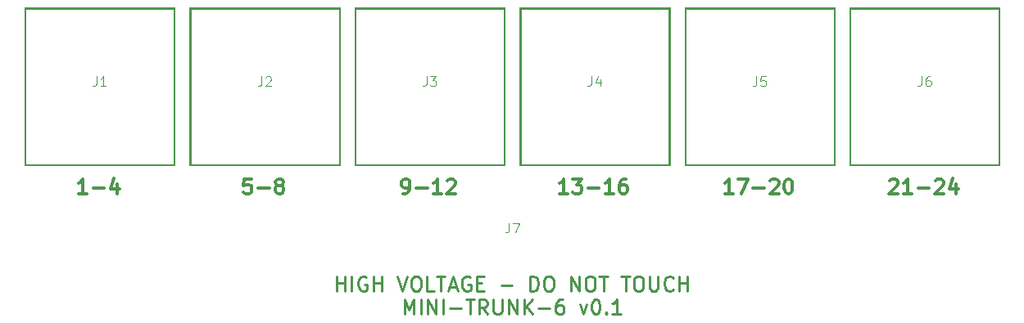
<source format=gto>
%TF.GenerationSoftware,KiCad,Pcbnew,8.0.1*%
%TF.CreationDate,2024-06-26T21:25:31+01:00*%
%TF.ProjectId,MINI_TRUNK_6_MAIN,4d494e49-5f54-4525-954e-4b5f365f4d41,rev?*%
%TF.SameCoordinates,Original*%
%TF.FileFunction,Legend,Top*%
%TF.FilePolarity,Positive*%
%FSLAX46Y46*%
G04 Gerber Fmt 4.6, Leading zero omitted, Abs format (unit mm)*
G04 Created by KiCad (PCBNEW 8.0.1) date 2024-06-26 21:25:31*
%MOMM*%
%LPD*%
G01*
G04 APERTURE LIST*
%ADD10C,0.250000*%
%ADD11C,0.300000*%
%ADD12C,0.100000*%
%ADD13C,0.010000*%
%ADD14C,3.000000*%
%ADD15C,1.600000*%
%ADD16C,3.200000*%
%ADD17C,1.500000*%
G04 APERTURE END LIST*
D10*
X147262141Y-114768512D02*
X147262141Y-113268512D01*
X147262141Y-113982798D02*
X148119284Y-113982798D01*
X148119284Y-114768512D02*
X148119284Y-113268512D01*
X148833570Y-114768512D02*
X148833570Y-113268512D01*
X150333571Y-113339941D02*
X150190714Y-113268512D01*
X150190714Y-113268512D02*
X149976428Y-113268512D01*
X149976428Y-113268512D02*
X149762142Y-113339941D01*
X149762142Y-113339941D02*
X149619285Y-113482798D01*
X149619285Y-113482798D02*
X149547856Y-113625655D01*
X149547856Y-113625655D02*
X149476428Y-113911369D01*
X149476428Y-113911369D02*
X149476428Y-114125655D01*
X149476428Y-114125655D02*
X149547856Y-114411369D01*
X149547856Y-114411369D02*
X149619285Y-114554226D01*
X149619285Y-114554226D02*
X149762142Y-114697084D01*
X149762142Y-114697084D02*
X149976428Y-114768512D01*
X149976428Y-114768512D02*
X150119285Y-114768512D01*
X150119285Y-114768512D02*
X150333571Y-114697084D01*
X150333571Y-114697084D02*
X150404999Y-114625655D01*
X150404999Y-114625655D02*
X150404999Y-114125655D01*
X150404999Y-114125655D02*
X150119285Y-114125655D01*
X151047856Y-114768512D02*
X151047856Y-113268512D01*
X151047856Y-113982798D02*
X151904999Y-113982798D01*
X151904999Y-114768512D02*
X151904999Y-113268512D01*
X153547857Y-113268512D02*
X154047857Y-114768512D01*
X154047857Y-114768512D02*
X154547857Y-113268512D01*
X155333571Y-113268512D02*
X155619285Y-113268512D01*
X155619285Y-113268512D02*
X155762142Y-113339941D01*
X155762142Y-113339941D02*
X155904999Y-113482798D01*
X155904999Y-113482798D02*
X155976428Y-113768512D01*
X155976428Y-113768512D02*
X155976428Y-114268512D01*
X155976428Y-114268512D02*
X155904999Y-114554226D01*
X155904999Y-114554226D02*
X155762142Y-114697084D01*
X155762142Y-114697084D02*
X155619285Y-114768512D01*
X155619285Y-114768512D02*
X155333571Y-114768512D01*
X155333571Y-114768512D02*
X155190714Y-114697084D01*
X155190714Y-114697084D02*
X155047856Y-114554226D01*
X155047856Y-114554226D02*
X154976428Y-114268512D01*
X154976428Y-114268512D02*
X154976428Y-113768512D01*
X154976428Y-113768512D02*
X155047856Y-113482798D01*
X155047856Y-113482798D02*
X155190714Y-113339941D01*
X155190714Y-113339941D02*
X155333571Y-113268512D01*
X157333571Y-114768512D02*
X156619285Y-114768512D01*
X156619285Y-114768512D02*
X156619285Y-113268512D01*
X157619286Y-113268512D02*
X158476429Y-113268512D01*
X158047857Y-114768512D02*
X158047857Y-113268512D01*
X158905000Y-114339941D02*
X159619286Y-114339941D01*
X158762143Y-114768512D02*
X159262143Y-113268512D01*
X159262143Y-113268512D02*
X159762143Y-114768512D01*
X161047857Y-113339941D02*
X160905000Y-113268512D01*
X160905000Y-113268512D02*
X160690714Y-113268512D01*
X160690714Y-113268512D02*
X160476428Y-113339941D01*
X160476428Y-113339941D02*
X160333571Y-113482798D01*
X160333571Y-113482798D02*
X160262142Y-113625655D01*
X160262142Y-113625655D02*
X160190714Y-113911369D01*
X160190714Y-113911369D02*
X160190714Y-114125655D01*
X160190714Y-114125655D02*
X160262142Y-114411369D01*
X160262142Y-114411369D02*
X160333571Y-114554226D01*
X160333571Y-114554226D02*
X160476428Y-114697084D01*
X160476428Y-114697084D02*
X160690714Y-114768512D01*
X160690714Y-114768512D02*
X160833571Y-114768512D01*
X160833571Y-114768512D02*
X161047857Y-114697084D01*
X161047857Y-114697084D02*
X161119285Y-114625655D01*
X161119285Y-114625655D02*
X161119285Y-114125655D01*
X161119285Y-114125655D02*
X160833571Y-114125655D01*
X161762142Y-113982798D02*
X162262142Y-113982798D01*
X162476428Y-114768512D02*
X161762142Y-114768512D01*
X161762142Y-114768512D02*
X161762142Y-113268512D01*
X161762142Y-113268512D02*
X162476428Y-113268512D01*
X164262142Y-114197084D02*
X165405000Y-114197084D01*
X167262142Y-114768512D02*
X167262142Y-113268512D01*
X167262142Y-113268512D02*
X167619285Y-113268512D01*
X167619285Y-113268512D02*
X167833571Y-113339941D01*
X167833571Y-113339941D02*
X167976428Y-113482798D01*
X167976428Y-113482798D02*
X168047857Y-113625655D01*
X168047857Y-113625655D02*
X168119285Y-113911369D01*
X168119285Y-113911369D02*
X168119285Y-114125655D01*
X168119285Y-114125655D02*
X168047857Y-114411369D01*
X168047857Y-114411369D02*
X167976428Y-114554226D01*
X167976428Y-114554226D02*
X167833571Y-114697084D01*
X167833571Y-114697084D02*
X167619285Y-114768512D01*
X167619285Y-114768512D02*
X167262142Y-114768512D01*
X169047857Y-113268512D02*
X169333571Y-113268512D01*
X169333571Y-113268512D02*
X169476428Y-113339941D01*
X169476428Y-113339941D02*
X169619285Y-113482798D01*
X169619285Y-113482798D02*
X169690714Y-113768512D01*
X169690714Y-113768512D02*
X169690714Y-114268512D01*
X169690714Y-114268512D02*
X169619285Y-114554226D01*
X169619285Y-114554226D02*
X169476428Y-114697084D01*
X169476428Y-114697084D02*
X169333571Y-114768512D01*
X169333571Y-114768512D02*
X169047857Y-114768512D01*
X169047857Y-114768512D02*
X168905000Y-114697084D01*
X168905000Y-114697084D02*
X168762142Y-114554226D01*
X168762142Y-114554226D02*
X168690714Y-114268512D01*
X168690714Y-114268512D02*
X168690714Y-113768512D01*
X168690714Y-113768512D02*
X168762142Y-113482798D01*
X168762142Y-113482798D02*
X168905000Y-113339941D01*
X168905000Y-113339941D02*
X169047857Y-113268512D01*
X171476428Y-114768512D02*
X171476428Y-113268512D01*
X171476428Y-113268512D02*
X172333571Y-114768512D01*
X172333571Y-114768512D02*
X172333571Y-113268512D01*
X173333572Y-113268512D02*
X173619286Y-113268512D01*
X173619286Y-113268512D02*
X173762143Y-113339941D01*
X173762143Y-113339941D02*
X173905000Y-113482798D01*
X173905000Y-113482798D02*
X173976429Y-113768512D01*
X173976429Y-113768512D02*
X173976429Y-114268512D01*
X173976429Y-114268512D02*
X173905000Y-114554226D01*
X173905000Y-114554226D02*
X173762143Y-114697084D01*
X173762143Y-114697084D02*
X173619286Y-114768512D01*
X173619286Y-114768512D02*
X173333572Y-114768512D01*
X173333572Y-114768512D02*
X173190715Y-114697084D01*
X173190715Y-114697084D02*
X173047857Y-114554226D01*
X173047857Y-114554226D02*
X172976429Y-114268512D01*
X172976429Y-114268512D02*
X172976429Y-113768512D01*
X172976429Y-113768512D02*
X173047857Y-113482798D01*
X173047857Y-113482798D02*
X173190715Y-113339941D01*
X173190715Y-113339941D02*
X173333572Y-113268512D01*
X174405001Y-113268512D02*
X175262144Y-113268512D01*
X174833572Y-114768512D02*
X174833572Y-113268512D01*
X176690715Y-113268512D02*
X177547858Y-113268512D01*
X177119286Y-114768512D02*
X177119286Y-113268512D01*
X178333572Y-113268512D02*
X178619286Y-113268512D01*
X178619286Y-113268512D02*
X178762143Y-113339941D01*
X178762143Y-113339941D02*
X178905000Y-113482798D01*
X178905000Y-113482798D02*
X178976429Y-113768512D01*
X178976429Y-113768512D02*
X178976429Y-114268512D01*
X178976429Y-114268512D02*
X178905000Y-114554226D01*
X178905000Y-114554226D02*
X178762143Y-114697084D01*
X178762143Y-114697084D02*
X178619286Y-114768512D01*
X178619286Y-114768512D02*
X178333572Y-114768512D01*
X178333572Y-114768512D02*
X178190715Y-114697084D01*
X178190715Y-114697084D02*
X178047857Y-114554226D01*
X178047857Y-114554226D02*
X177976429Y-114268512D01*
X177976429Y-114268512D02*
X177976429Y-113768512D01*
X177976429Y-113768512D02*
X178047857Y-113482798D01*
X178047857Y-113482798D02*
X178190715Y-113339941D01*
X178190715Y-113339941D02*
X178333572Y-113268512D01*
X179619286Y-113268512D02*
X179619286Y-114482798D01*
X179619286Y-114482798D02*
X179690715Y-114625655D01*
X179690715Y-114625655D02*
X179762144Y-114697084D01*
X179762144Y-114697084D02*
X179905001Y-114768512D01*
X179905001Y-114768512D02*
X180190715Y-114768512D01*
X180190715Y-114768512D02*
X180333572Y-114697084D01*
X180333572Y-114697084D02*
X180405001Y-114625655D01*
X180405001Y-114625655D02*
X180476429Y-114482798D01*
X180476429Y-114482798D02*
X180476429Y-113268512D01*
X182047858Y-114625655D02*
X181976430Y-114697084D01*
X181976430Y-114697084D02*
X181762144Y-114768512D01*
X181762144Y-114768512D02*
X181619287Y-114768512D01*
X181619287Y-114768512D02*
X181405001Y-114697084D01*
X181405001Y-114697084D02*
X181262144Y-114554226D01*
X181262144Y-114554226D02*
X181190715Y-114411369D01*
X181190715Y-114411369D02*
X181119287Y-114125655D01*
X181119287Y-114125655D02*
X181119287Y-113911369D01*
X181119287Y-113911369D02*
X181190715Y-113625655D01*
X181190715Y-113625655D02*
X181262144Y-113482798D01*
X181262144Y-113482798D02*
X181405001Y-113339941D01*
X181405001Y-113339941D02*
X181619287Y-113268512D01*
X181619287Y-113268512D02*
X181762144Y-113268512D01*
X181762144Y-113268512D02*
X181976430Y-113339941D01*
X181976430Y-113339941D02*
X182047858Y-113411369D01*
X182690715Y-114768512D02*
X182690715Y-113268512D01*
X182690715Y-113982798D02*
X183547858Y-113982798D01*
X183547858Y-114768512D02*
X183547858Y-113268512D01*
X154262142Y-117183428D02*
X154262142Y-115683428D01*
X154262142Y-115683428D02*
X154762142Y-116754857D01*
X154762142Y-116754857D02*
X155262142Y-115683428D01*
X155262142Y-115683428D02*
X155262142Y-117183428D01*
X155976428Y-117183428D02*
X155976428Y-115683428D01*
X156690714Y-117183428D02*
X156690714Y-115683428D01*
X156690714Y-115683428D02*
X157547857Y-117183428D01*
X157547857Y-117183428D02*
X157547857Y-115683428D01*
X158262143Y-117183428D02*
X158262143Y-115683428D01*
X158976429Y-116612000D02*
X160119287Y-116612000D01*
X160619287Y-115683428D02*
X161476430Y-115683428D01*
X161047858Y-117183428D02*
X161047858Y-115683428D01*
X162833572Y-117183428D02*
X162333572Y-116469142D01*
X161976429Y-117183428D02*
X161976429Y-115683428D01*
X161976429Y-115683428D02*
X162547858Y-115683428D01*
X162547858Y-115683428D02*
X162690715Y-115754857D01*
X162690715Y-115754857D02*
X162762144Y-115826285D01*
X162762144Y-115826285D02*
X162833572Y-115969142D01*
X162833572Y-115969142D02*
X162833572Y-116183428D01*
X162833572Y-116183428D02*
X162762144Y-116326285D01*
X162762144Y-116326285D02*
X162690715Y-116397714D01*
X162690715Y-116397714D02*
X162547858Y-116469142D01*
X162547858Y-116469142D02*
X161976429Y-116469142D01*
X163476429Y-115683428D02*
X163476429Y-116897714D01*
X163476429Y-116897714D02*
X163547858Y-117040571D01*
X163547858Y-117040571D02*
X163619287Y-117112000D01*
X163619287Y-117112000D02*
X163762144Y-117183428D01*
X163762144Y-117183428D02*
X164047858Y-117183428D01*
X164047858Y-117183428D02*
X164190715Y-117112000D01*
X164190715Y-117112000D02*
X164262144Y-117040571D01*
X164262144Y-117040571D02*
X164333572Y-116897714D01*
X164333572Y-116897714D02*
X164333572Y-115683428D01*
X165047858Y-117183428D02*
X165047858Y-115683428D01*
X165047858Y-115683428D02*
X165905001Y-117183428D01*
X165905001Y-117183428D02*
X165905001Y-115683428D01*
X166619287Y-117183428D02*
X166619287Y-115683428D01*
X167476430Y-117183428D02*
X166833573Y-116326285D01*
X167476430Y-115683428D02*
X166619287Y-116540571D01*
X168119287Y-116612000D02*
X169262145Y-116612000D01*
X170619288Y-115683428D02*
X170333573Y-115683428D01*
X170333573Y-115683428D02*
X170190716Y-115754857D01*
X170190716Y-115754857D02*
X170119288Y-115826285D01*
X170119288Y-115826285D02*
X169976430Y-116040571D01*
X169976430Y-116040571D02*
X169905002Y-116326285D01*
X169905002Y-116326285D02*
X169905002Y-116897714D01*
X169905002Y-116897714D02*
X169976430Y-117040571D01*
X169976430Y-117040571D02*
X170047859Y-117112000D01*
X170047859Y-117112000D02*
X170190716Y-117183428D01*
X170190716Y-117183428D02*
X170476430Y-117183428D01*
X170476430Y-117183428D02*
X170619288Y-117112000D01*
X170619288Y-117112000D02*
X170690716Y-117040571D01*
X170690716Y-117040571D02*
X170762145Y-116897714D01*
X170762145Y-116897714D02*
X170762145Y-116540571D01*
X170762145Y-116540571D02*
X170690716Y-116397714D01*
X170690716Y-116397714D02*
X170619288Y-116326285D01*
X170619288Y-116326285D02*
X170476430Y-116254857D01*
X170476430Y-116254857D02*
X170190716Y-116254857D01*
X170190716Y-116254857D02*
X170047859Y-116326285D01*
X170047859Y-116326285D02*
X169976430Y-116397714D01*
X169976430Y-116397714D02*
X169905002Y-116540571D01*
X172405001Y-116183428D02*
X172762144Y-117183428D01*
X172762144Y-117183428D02*
X173119287Y-116183428D01*
X173976430Y-115683428D02*
X174119287Y-115683428D01*
X174119287Y-115683428D02*
X174262144Y-115754857D01*
X174262144Y-115754857D02*
X174333573Y-115826285D01*
X174333573Y-115826285D02*
X174405001Y-115969142D01*
X174405001Y-115969142D02*
X174476430Y-116254857D01*
X174476430Y-116254857D02*
X174476430Y-116612000D01*
X174476430Y-116612000D02*
X174405001Y-116897714D01*
X174405001Y-116897714D02*
X174333573Y-117040571D01*
X174333573Y-117040571D02*
X174262144Y-117112000D01*
X174262144Y-117112000D02*
X174119287Y-117183428D01*
X174119287Y-117183428D02*
X173976430Y-117183428D01*
X173976430Y-117183428D02*
X173833573Y-117112000D01*
X173833573Y-117112000D02*
X173762144Y-117040571D01*
X173762144Y-117040571D02*
X173690715Y-116897714D01*
X173690715Y-116897714D02*
X173619287Y-116612000D01*
X173619287Y-116612000D02*
X173619287Y-116254857D01*
X173619287Y-116254857D02*
X173690715Y-115969142D01*
X173690715Y-115969142D02*
X173762144Y-115826285D01*
X173762144Y-115826285D02*
X173833573Y-115754857D01*
X173833573Y-115754857D02*
X173976430Y-115683428D01*
X175119286Y-117040571D02*
X175190715Y-117112000D01*
X175190715Y-117112000D02*
X175119286Y-117183428D01*
X175119286Y-117183428D02*
X175047858Y-117112000D01*
X175047858Y-117112000D02*
X175119286Y-117040571D01*
X175119286Y-117040571D02*
X175119286Y-117183428D01*
X176619287Y-117183428D02*
X175762144Y-117183428D01*
X176190715Y-117183428D02*
X176190715Y-115683428D01*
X176190715Y-115683428D02*
X176047858Y-115897714D01*
X176047858Y-115897714D02*
X175905001Y-116040571D01*
X175905001Y-116040571D02*
X175762144Y-116112000D01*
D11*
X138435153Y-103200828D02*
X137720867Y-103200828D01*
X137720867Y-103200828D02*
X137649439Y-103915114D01*
X137649439Y-103915114D02*
X137720867Y-103843685D01*
X137720867Y-103843685D02*
X137863725Y-103772257D01*
X137863725Y-103772257D02*
X138220867Y-103772257D01*
X138220867Y-103772257D02*
X138363725Y-103843685D01*
X138363725Y-103843685D02*
X138435153Y-103915114D01*
X138435153Y-103915114D02*
X138506582Y-104057971D01*
X138506582Y-104057971D02*
X138506582Y-104415114D01*
X138506582Y-104415114D02*
X138435153Y-104557971D01*
X138435153Y-104557971D02*
X138363725Y-104629400D01*
X138363725Y-104629400D02*
X138220867Y-104700828D01*
X138220867Y-104700828D02*
X137863725Y-104700828D01*
X137863725Y-104700828D02*
X137720867Y-104629400D01*
X137720867Y-104629400D02*
X137649439Y-104557971D01*
X139149438Y-104129400D02*
X140292296Y-104129400D01*
X141220867Y-103843685D02*
X141078010Y-103772257D01*
X141078010Y-103772257D02*
X141006581Y-103700828D01*
X141006581Y-103700828D02*
X140935153Y-103557971D01*
X140935153Y-103557971D02*
X140935153Y-103486542D01*
X140935153Y-103486542D02*
X141006581Y-103343685D01*
X141006581Y-103343685D02*
X141078010Y-103272257D01*
X141078010Y-103272257D02*
X141220867Y-103200828D01*
X141220867Y-103200828D02*
X141506581Y-103200828D01*
X141506581Y-103200828D02*
X141649439Y-103272257D01*
X141649439Y-103272257D02*
X141720867Y-103343685D01*
X141720867Y-103343685D02*
X141792296Y-103486542D01*
X141792296Y-103486542D02*
X141792296Y-103557971D01*
X141792296Y-103557971D02*
X141720867Y-103700828D01*
X141720867Y-103700828D02*
X141649439Y-103772257D01*
X141649439Y-103772257D02*
X141506581Y-103843685D01*
X141506581Y-103843685D02*
X141220867Y-103843685D01*
X141220867Y-103843685D02*
X141078010Y-103915114D01*
X141078010Y-103915114D02*
X141006581Y-103986542D01*
X141006581Y-103986542D02*
X140935153Y-104129400D01*
X140935153Y-104129400D02*
X140935153Y-104415114D01*
X140935153Y-104415114D02*
X141006581Y-104557971D01*
X141006581Y-104557971D02*
X141078010Y-104629400D01*
X141078010Y-104629400D02*
X141220867Y-104700828D01*
X141220867Y-104700828D02*
X141506581Y-104700828D01*
X141506581Y-104700828D02*
X141649439Y-104629400D01*
X141649439Y-104629400D02*
X141720867Y-104557971D01*
X141720867Y-104557971D02*
X141792296Y-104415114D01*
X141792296Y-104415114D02*
X141792296Y-104129400D01*
X141792296Y-104129400D02*
X141720867Y-103986542D01*
X141720867Y-103986542D02*
X141649439Y-103915114D01*
X141649439Y-103915114D02*
X141506581Y-103843685D01*
X154132344Y-104700828D02*
X154418058Y-104700828D01*
X154418058Y-104700828D02*
X154560915Y-104629400D01*
X154560915Y-104629400D02*
X154632344Y-104557971D01*
X154632344Y-104557971D02*
X154775201Y-104343685D01*
X154775201Y-104343685D02*
X154846630Y-104057971D01*
X154846630Y-104057971D02*
X154846630Y-103486542D01*
X154846630Y-103486542D02*
X154775201Y-103343685D01*
X154775201Y-103343685D02*
X154703773Y-103272257D01*
X154703773Y-103272257D02*
X154560915Y-103200828D01*
X154560915Y-103200828D02*
X154275201Y-103200828D01*
X154275201Y-103200828D02*
X154132344Y-103272257D01*
X154132344Y-103272257D02*
X154060915Y-103343685D01*
X154060915Y-103343685D02*
X153989487Y-103486542D01*
X153989487Y-103486542D02*
X153989487Y-103843685D01*
X153989487Y-103843685D02*
X154060915Y-103986542D01*
X154060915Y-103986542D02*
X154132344Y-104057971D01*
X154132344Y-104057971D02*
X154275201Y-104129400D01*
X154275201Y-104129400D02*
X154560915Y-104129400D01*
X154560915Y-104129400D02*
X154703773Y-104057971D01*
X154703773Y-104057971D02*
X154775201Y-103986542D01*
X154775201Y-103986542D02*
X154846630Y-103843685D01*
X155489486Y-104129400D02*
X156632344Y-104129400D01*
X158132344Y-104700828D02*
X157275201Y-104700828D01*
X157703772Y-104700828D02*
X157703772Y-103200828D01*
X157703772Y-103200828D02*
X157560915Y-103415114D01*
X157560915Y-103415114D02*
X157418058Y-103557971D01*
X157418058Y-103557971D02*
X157275201Y-103629400D01*
X158703772Y-103343685D02*
X158775200Y-103272257D01*
X158775200Y-103272257D02*
X158918058Y-103200828D01*
X158918058Y-103200828D02*
X159275200Y-103200828D01*
X159275200Y-103200828D02*
X159418058Y-103272257D01*
X159418058Y-103272257D02*
X159489486Y-103343685D01*
X159489486Y-103343685D02*
X159560915Y-103486542D01*
X159560915Y-103486542D02*
X159560915Y-103629400D01*
X159560915Y-103629400D02*
X159489486Y-103843685D01*
X159489486Y-103843685D02*
X158632343Y-104700828D01*
X158632343Y-104700828D02*
X159560915Y-104700828D01*
X188241013Y-104700828D02*
X187383870Y-104700828D01*
X187812441Y-104700828D02*
X187812441Y-103200828D01*
X187812441Y-103200828D02*
X187669584Y-103415114D01*
X187669584Y-103415114D02*
X187526727Y-103557971D01*
X187526727Y-103557971D02*
X187383870Y-103629400D01*
X188741012Y-103200828D02*
X189741012Y-103200828D01*
X189741012Y-103200828D02*
X189098155Y-104700828D01*
X190312440Y-104129400D02*
X191455298Y-104129400D01*
X192098155Y-103343685D02*
X192169583Y-103272257D01*
X192169583Y-103272257D02*
X192312441Y-103200828D01*
X192312441Y-103200828D02*
X192669583Y-103200828D01*
X192669583Y-103200828D02*
X192812441Y-103272257D01*
X192812441Y-103272257D02*
X192883869Y-103343685D01*
X192883869Y-103343685D02*
X192955298Y-103486542D01*
X192955298Y-103486542D02*
X192955298Y-103629400D01*
X192955298Y-103629400D02*
X192883869Y-103843685D01*
X192883869Y-103843685D02*
X192026726Y-104700828D01*
X192026726Y-104700828D02*
X192955298Y-104700828D01*
X193883869Y-103200828D02*
X194026726Y-103200828D01*
X194026726Y-103200828D02*
X194169583Y-103272257D01*
X194169583Y-103272257D02*
X194241012Y-103343685D01*
X194241012Y-103343685D02*
X194312440Y-103486542D01*
X194312440Y-103486542D02*
X194383869Y-103772257D01*
X194383869Y-103772257D02*
X194383869Y-104129400D01*
X194383869Y-104129400D02*
X194312440Y-104415114D01*
X194312440Y-104415114D02*
X194241012Y-104557971D01*
X194241012Y-104557971D02*
X194169583Y-104629400D01*
X194169583Y-104629400D02*
X194026726Y-104700828D01*
X194026726Y-104700828D02*
X193883869Y-104700828D01*
X193883869Y-104700828D02*
X193741012Y-104629400D01*
X193741012Y-104629400D02*
X193669583Y-104557971D01*
X193669583Y-104557971D02*
X193598154Y-104415114D01*
X193598154Y-104415114D02*
X193526726Y-104129400D01*
X193526726Y-104129400D02*
X193526726Y-103772257D01*
X193526726Y-103772257D02*
X193598154Y-103486542D01*
X193598154Y-103486542D02*
X193669583Y-103343685D01*
X193669583Y-103343685D02*
X193741012Y-103272257D01*
X193741012Y-103272257D02*
X193883869Y-103200828D01*
X204438204Y-103343685D02*
X204509632Y-103272257D01*
X204509632Y-103272257D02*
X204652490Y-103200828D01*
X204652490Y-103200828D02*
X205009632Y-103200828D01*
X205009632Y-103200828D02*
X205152490Y-103272257D01*
X205152490Y-103272257D02*
X205223918Y-103343685D01*
X205223918Y-103343685D02*
X205295347Y-103486542D01*
X205295347Y-103486542D02*
X205295347Y-103629400D01*
X205295347Y-103629400D02*
X205223918Y-103843685D01*
X205223918Y-103843685D02*
X204366775Y-104700828D01*
X204366775Y-104700828D02*
X205295347Y-104700828D01*
X206723918Y-104700828D02*
X205866775Y-104700828D01*
X206295346Y-104700828D02*
X206295346Y-103200828D01*
X206295346Y-103200828D02*
X206152489Y-103415114D01*
X206152489Y-103415114D02*
X206009632Y-103557971D01*
X206009632Y-103557971D02*
X205866775Y-103629400D01*
X207366774Y-104129400D02*
X208509632Y-104129400D01*
X209152489Y-103343685D02*
X209223917Y-103272257D01*
X209223917Y-103272257D02*
X209366775Y-103200828D01*
X209366775Y-103200828D02*
X209723917Y-103200828D01*
X209723917Y-103200828D02*
X209866775Y-103272257D01*
X209866775Y-103272257D02*
X209938203Y-103343685D01*
X209938203Y-103343685D02*
X210009632Y-103486542D01*
X210009632Y-103486542D02*
X210009632Y-103629400D01*
X210009632Y-103629400D02*
X209938203Y-103843685D01*
X209938203Y-103843685D02*
X209081060Y-104700828D01*
X209081060Y-104700828D02*
X210009632Y-104700828D01*
X211295346Y-103700828D02*
X211295346Y-104700828D01*
X210938203Y-103129400D02*
X210581060Y-104200828D01*
X210581060Y-104200828D02*
X211509631Y-104200828D01*
X171186679Y-104700828D02*
X170329536Y-104700828D01*
X170758107Y-104700828D02*
X170758107Y-103200828D01*
X170758107Y-103200828D02*
X170615250Y-103415114D01*
X170615250Y-103415114D02*
X170472393Y-103557971D01*
X170472393Y-103557971D02*
X170329536Y-103629400D01*
X171686678Y-103200828D02*
X172615250Y-103200828D01*
X172615250Y-103200828D02*
X172115250Y-103772257D01*
X172115250Y-103772257D02*
X172329535Y-103772257D01*
X172329535Y-103772257D02*
X172472393Y-103843685D01*
X172472393Y-103843685D02*
X172543821Y-103915114D01*
X172543821Y-103915114D02*
X172615250Y-104057971D01*
X172615250Y-104057971D02*
X172615250Y-104415114D01*
X172615250Y-104415114D02*
X172543821Y-104557971D01*
X172543821Y-104557971D02*
X172472393Y-104629400D01*
X172472393Y-104629400D02*
X172329535Y-104700828D01*
X172329535Y-104700828D02*
X171900964Y-104700828D01*
X171900964Y-104700828D02*
X171758107Y-104629400D01*
X171758107Y-104629400D02*
X171686678Y-104557971D01*
X173258106Y-104129400D02*
X174400964Y-104129400D01*
X175900964Y-104700828D02*
X175043821Y-104700828D01*
X175472392Y-104700828D02*
X175472392Y-103200828D01*
X175472392Y-103200828D02*
X175329535Y-103415114D01*
X175329535Y-103415114D02*
X175186678Y-103557971D01*
X175186678Y-103557971D02*
X175043821Y-103629400D01*
X177186678Y-103200828D02*
X176900963Y-103200828D01*
X176900963Y-103200828D02*
X176758106Y-103272257D01*
X176758106Y-103272257D02*
X176686678Y-103343685D01*
X176686678Y-103343685D02*
X176543820Y-103557971D01*
X176543820Y-103557971D02*
X176472392Y-103843685D01*
X176472392Y-103843685D02*
X176472392Y-104415114D01*
X176472392Y-104415114D02*
X176543820Y-104557971D01*
X176543820Y-104557971D02*
X176615249Y-104629400D01*
X176615249Y-104629400D02*
X176758106Y-104700828D01*
X176758106Y-104700828D02*
X177043820Y-104700828D01*
X177043820Y-104700828D02*
X177186678Y-104629400D01*
X177186678Y-104629400D02*
X177258106Y-104557971D01*
X177258106Y-104557971D02*
X177329535Y-104415114D01*
X177329535Y-104415114D02*
X177329535Y-104057971D01*
X177329535Y-104057971D02*
X177258106Y-103915114D01*
X177258106Y-103915114D02*
X177186678Y-103843685D01*
X177186678Y-103843685D02*
X177043820Y-103772257D01*
X177043820Y-103772257D02*
X176758106Y-103772257D01*
X176758106Y-103772257D02*
X176615249Y-103843685D01*
X176615249Y-103843685D02*
X176543820Y-103915114D01*
X176543820Y-103915114D02*
X176472392Y-104057971D01*
X121452248Y-104700828D02*
X120595105Y-104700828D01*
X121023676Y-104700828D02*
X121023676Y-103200828D01*
X121023676Y-103200828D02*
X120880819Y-103415114D01*
X120880819Y-103415114D02*
X120737962Y-103557971D01*
X120737962Y-103557971D02*
X120595105Y-103629400D01*
X122095104Y-104129400D02*
X123237962Y-104129400D01*
X124595105Y-103700828D02*
X124595105Y-104700828D01*
X124237962Y-103129400D02*
X123880819Y-104200828D01*
X123880819Y-104200828D02*
X124809390Y-104200828D01*
D12*
X156544499Y-92576752D02*
X156544499Y-93291037D01*
X156544499Y-93291037D02*
X156496880Y-93433894D01*
X156496880Y-93433894D02*
X156401642Y-93529133D01*
X156401642Y-93529133D02*
X156258785Y-93576752D01*
X156258785Y-93576752D02*
X156163547Y-93576752D01*
X156925452Y-92576752D02*
X157544499Y-92576752D01*
X157544499Y-92576752D02*
X157211166Y-92957704D01*
X157211166Y-92957704D02*
X157354023Y-92957704D01*
X157354023Y-92957704D02*
X157449261Y-93005323D01*
X157449261Y-93005323D02*
X157496880Y-93052942D01*
X157496880Y-93052942D02*
X157544499Y-93148180D01*
X157544499Y-93148180D02*
X157544499Y-93386275D01*
X157544499Y-93386275D02*
X157496880Y-93481513D01*
X157496880Y-93481513D02*
X157449261Y-93529133D01*
X157449261Y-93529133D02*
X157354023Y-93576752D01*
X157354023Y-93576752D02*
X157068309Y-93576752D01*
X157068309Y-93576752D02*
X156973071Y-93529133D01*
X156973071Y-93529133D02*
X156925452Y-93481513D01*
X207707501Y-92576752D02*
X207707501Y-93291037D01*
X207707501Y-93291037D02*
X207659882Y-93433894D01*
X207659882Y-93433894D02*
X207564644Y-93529133D01*
X207564644Y-93529133D02*
X207421787Y-93576752D01*
X207421787Y-93576752D02*
X207326549Y-93576752D01*
X208612263Y-92576752D02*
X208421787Y-92576752D01*
X208421787Y-92576752D02*
X208326549Y-92624371D01*
X208326549Y-92624371D02*
X208278930Y-92671990D01*
X208278930Y-92671990D02*
X208183692Y-92814847D01*
X208183692Y-92814847D02*
X208136073Y-93005323D01*
X208136073Y-93005323D02*
X208136073Y-93386275D01*
X208136073Y-93386275D02*
X208183692Y-93481513D01*
X208183692Y-93481513D02*
X208231311Y-93529133D01*
X208231311Y-93529133D02*
X208326549Y-93576752D01*
X208326549Y-93576752D02*
X208517025Y-93576752D01*
X208517025Y-93576752D02*
X208612263Y-93529133D01*
X208612263Y-93529133D02*
X208659882Y-93481513D01*
X208659882Y-93481513D02*
X208707501Y-93386275D01*
X208707501Y-93386275D02*
X208707501Y-93148180D01*
X208707501Y-93148180D02*
X208659882Y-93052942D01*
X208659882Y-93052942D02*
X208612263Y-93005323D01*
X208612263Y-93005323D02*
X208517025Y-92957704D01*
X208517025Y-92957704D02*
X208326549Y-92957704D01*
X208326549Y-92957704D02*
X208231311Y-93005323D01*
X208231311Y-93005323D02*
X208183692Y-93052942D01*
X208183692Y-93052942D02*
X208136073Y-93148180D01*
X190653167Y-92576752D02*
X190653167Y-93291037D01*
X190653167Y-93291037D02*
X190605548Y-93433894D01*
X190605548Y-93433894D02*
X190510310Y-93529133D01*
X190510310Y-93529133D02*
X190367453Y-93576752D01*
X190367453Y-93576752D02*
X190272215Y-93576752D01*
X191605548Y-92576752D02*
X191129358Y-92576752D01*
X191129358Y-92576752D02*
X191081739Y-93052942D01*
X191081739Y-93052942D02*
X191129358Y-93005323D01*
X191129358Y-93005323D02*
X191224596Y-92957704D01*
X191224596Y-92957704D02*
X191462691Y-92957704D01*
X191462691Y-92957704D02*
X191557929Y-93005323D01*
X191557929Y-93005323D02*
X191605548Y-93052942D01*
X191605548Y-93052942D02*
X191653167Y-93148180D01*
X191653167Y-93148180D02*
X191653167Y-93386275D01*
X191653167Y-93386275D02*
X191605548Y-93481513D01*
X191605548Y-93481513D02*
X191557929Y-93529133D01*
X191557929Y-93529133D02*
X191462691Y-93576752D01*
X191462691Y-93576752D02*
X191224596Y-93576752D01*
X191224596Y-93576752D02*
X191129358Y-93529133D01*
X191129358Y-93529133D02*
X191081739Y-93481513D01*
X139490165Y-92576752D02*
X139490165Y-93291037D01*
X139490165Y-93291037D02*
X139442546Y-93433894D01*
X139442546Y-93433894D02*
X139347308Y-93529133D01*
X139347308Y-93529133D02*
X139204451Y-93576752D01*
X139204451Y-93576752D02*
X139109213Y-93576752D01*
X139918737Y-92671990D02*
X139966356Y-92624371D01*
X139966356Y-92624371D02*
X140061594Y-92576752D01*
X140061594Y-92576752D02*
X140299689Y-92576752D01*
X140299689Y-92576752D02*
X140394927Y-92624371D01*
X140394927Y-92624371D02*
X140442546Y-92671990D01*
X140442546Y-92671990D02*
X140490165Y-92767228D01*
X140490165Y-92767228D02*
X140490165Y-92862466D01*
X140490165Y-92862466D02*
X140442546Y-93005323D01*
X140442546Y-93005323D02*
X139871118Y-93576752D01*
X139871118Y-93576752D02*
X140490165Y-93576752D01*
X173598833Y-92576752D02*
X173598833Y-93291037D01*
X173598833Y-93291037D02*
X173551214Y-93433894D01*
X173551214Y-93433894D02*
X173455976Y-93529133D01*
X173455976Y-93529133D02*
X173313119Y-93576752D01*
X173313119Y-93576752D02*
X173217881Y-93576752D01*
X174503595Y-92910085D02*
X174503595Y-93576752D01*
X174265500Y-92529133D02*
X174027405Y-93243418D01*
X174027405Y-93243418D02*
X174646452Y-93243418D01*
X122435831Y-92576752D02*
X122435831Y-93291037D01*
X122435831Y-93291037D02*
X122388212Y-93433894D01*
X122388212Y-93433894D02*
X122292974Y-93529133D01*
X122292974Y-93529133D02*
X122150117Y-93576752D01*
X122150117Y-93576752D02*
X122054879Y-93576752D01*
X123435831Y-93576752D02*
X122864403Y-93576752D01*
X123150117Y-93576752D02*
X123150117Y-92576752D01*
X123150117Y-92576752D02*
X123054879Y-92719609D01*
X123054879Y-92719609D02*
X122959641Y-92814847D01*
X122959641Y-92814847D02*
X122864403Y-92862466D01*
X165071666Y-107747419D02*
X165071666Y-108461704D01*
X165071666Y-108461704D02*
X165024047Y-108604561D01*
X165024047Y-108604561D02*
X164928809Y-108699800D01*
X164928809Y-108699800D02*
X164785952Y-108747419D01*
X164785952Y-108747419D02*
X164690714Y-108747419D01*
X165452619Y-107747419D02*
X166119285Y-107747419D01*
X166119285Y-107747419D02*
X165690714Y-108747419D01*
D13*
%TO.C,J3*%
X164646000Y-101789667D02*
X149109666Y-101789667D01*
X149109666Y-85576000D01*
X149236666Y-85576000D01*
X149236666Y-101683834D01*
X164540166Y-101683834D01*
X164540166Y-85576000D01*
X149236666Y-85576000D01*
X149109666Y-85576000D01*
X149109666Y-85449000D01*
X164646000Y-85449000D01*
X164646000Y-101789667D01*
G36*
X164646000Y-101789667D02*
G01*
X149109666Y-101789667D01*
X149109666Y-85576000D01*
X149236666Y-85576000D01*
X149236666Y-101683834D01*
X164540166Y-101683834D01*
X164540166Y-85576000D01*
X149236666Y-85576000D01*
X149109666Y-85576000D01*
X149109666Y-85449000D01*
X164646000Y-85449000D01*
X164646000Y-101789667D01*
G37*
%TO.C,J6*%
X215809002Y-101789667D02*
X200272668Y-101789667D01*
X200272668Y-85576000D01*
X200399668Y-85576000D01*
X200399668Y-101683834D01*
X215703168Y-101683834D01*
X215703168Y-85576000D01*
X200399668Y-85576000D01*
X200272668Y-85576000D01*
X200272668Y-85449000D01*
X215809002Y-85449000D01*
X215809002Y-101789667D01*
G36*
X215809002Y-101789667D02*
G01*
X200272668Y-101789667D01*
X200272668Y-85576000D01*
X200399668Y-85576000D01*
X200399668Y-101683834D01*
X215703168Y-101683834D01*
X215703168Y-85576000D01*
X200399668Y-85576000D01*
X200272668Y-85576000D01*
X200272668Y-85449000D01*
X215809002Y-85449000D01*
X215809002Y-101789667D01*
G37*
%TO.C,J5*%
X198754668Y-101789667D02*
X183218334Y-101789667D01*
X183218334Y-85576000D01*
X183345334Y-85576000D01*
X183345334Y-101683834D01*
X198648834Y-101683834D01*
X198648834Y-85576000D01*
X183345334Y-85576000D01*
X183218334Y-85576000D01*
X183218334Y-85449000D01*
X198754668Y-85449000D01*
X198754668Y-101789667D01*
G36*
X198754668Y-101789667D02*
G01*
X183218334Y-101789667D01*
X183218334Y-85576000D01*
X183345334Y-85576000D01*
X183345334Y-101683834D01*
X198648834Y-101683834D01*
X198648834Y-85576000D01*
X183345334Y-85576000D01*
X183218334Y-85576000D01*
X183218334Y-85449000D01*
X198754668Y-85449000D01*
X198754668Y-101789667D01*
G37*
%TO.C,J2*%
X147591666Y-101789667D02*
X132055332Y-101789667D01*
X132055332Y-85576000D01*
X132182332Y-85576000D01*
X132182332Y-101683834D01*
X147485832Y-101683834D01*
X147485832Y-85576000D01*
X132182332Y-85576000D01*
X132055332Y-85576000D01*
X132055332Y-85449000D01*
X147591666Y-85449000D01*
X147591666Y-101789667D01*
G36*
X147591666Y-101789667D02*
G01*
X132055332Y-101789667D01*
X132055332Y-85576000D01*
X132182332Y-85576000D01*
X132182332Y-101683834D01*
X147485832Y-101683834D01*
X147485832Y-85576000D01*
X132182332Y-85576000D01*
X132055332Y-85576000D01*
X132055332Y-85449000D01*
X147591666Y-85449000D01*
X147591666Y-101789667D01*
G37*
%TO.C,J4*%
X181700334Y-101789667D02*
X166164000Y-101789667D01*
X166164000Y-85576000D01*
X166291000Y-85576000D01*
X166291000Y-101683834D01*
X181594500Y-101683834D01*
X181594500Y-85576000D01*
X166291000Y-85576000D01*
X166164000Y-85576000D01*
X166164000Y-85449000D01*
X181700334Y-85449000D01*
X181700334Y-101789667D01*
G36*
X181700334Y-101789667D02*
G01*
X166164000Y-101789667D01*
X166164000Y-85576000D01*
X166291000Y-85576000D01*
X166291000Y-101683834D01*
X181594500Y-101683834D01*
X181594500Y-85576000D01*
X166291000Y-85576000D01*
X166164000Y-85576000D01*
X166164000Y-85449000D01*
X181700334Y-85449000D01*
X181700334Y-101789667D01*
G37*
%TO.C,J1*%
X130537332Y-101789667D02*
X115000998Y-101789667D01*
X115000998Y-85576000D01*
X115127998Y-85576000D01*
X115127998Y-101683834D01*
X130431498Y-101683834D01*
X130431498Y-85576000D01*
X115127998Y-85576000D01*
X115000998Y-85576000D01*
X115000998Y-85449000D01*
X130537332Y-85449000D01*
X130537332Y-101789667D01*
G36*
X130537332Y-101789667D02*
G01*
X115000998Y-101789667D01*
X115000998Y-85576000D01*
X115127998Y-85576000D01*
X115127998Y-101683834D01*
X130431498Y-101683834D01*
X130431498Y-85576000D01*
X115127998Y-85576000D01*
X115000998Y-85576000D01*
X115000998Y-85449000D01*
X130537332Y-85449000D01*
X130537332Y-101789667D01*
G37*
%TD*%
%LPC*%
D14*
%TO.C,J3*%
X151118017Y-95543993D03*
X162548017Y-95543993D03*
D15*
X152388013Y-89193995D03*
X153658010Y-86654002D03*
X154928014Y-89193995D03*
X156198011Y-86654002D03*
X157468015Y-89193995D03*
X158738012Y-86654002D03*
X160008016Y-89193995D03*
X161278017Y-86654002D03*
%TD*%
D14*
%TO.C,J6*%
X202281019Y-95543993D03*
X213711019Y-95543993D03*
D15*
X203551015Y-89193995D03*
X204821012Y-86654002D03*
X206091016Y-89193995D03*
X207361013Y-86654002D03*
X208631017Y-89193995D03*
X209901014Y-86654002D03*
X211171018Y-89193995D03*
X212441019Y-86654002D03*
%TD*%
D14*
%TO.C,J5*%
X185226685Y-95543993D03*
X196656685Y-95543993D03*
D15*
X186496681Y-89193995D03*
X187766678Y-86654002D03*
X189036682Y-89193995D03*
X190306679Y-86654002D03*
X191576683Y-89193995D03*
X192846680Y-86654002D03*
X194116684Y-89193995D03*
X195386685Y-86654002D03*
%TD*%
D14*
%TO.C,J2*%
X134063683Y-95543993D03*
X145493683Y-95543993D03*
D15*
X135333679Y-89193995D03*
X136603676Y-86654002D03*
X137873680Y-89193995D03*
X139143677Y-86654002D03*
X140413681Y-89193995D03*
X141683678Y-86654002D03*
X142953682Y-89193995D03*
X144223683Y-86654002D03*
%TD*%
D14*
%TO.C,J4*%
X168172351Y-95543993D03*
X179602351Y-95543993D03*
D15*
X169442347Y-89193995D03*
X170712344Y-86654002D03*
X171982348Y-89193995D03*
X173252345Y-86654002D03*
X174522349Y-89193995D03*
X175792346Y-86654002D03*
X177062350Y-89193995D03*
X178332351Y-86654002D03*
%TD*%
D14*
%TO.C,J1*%
X117009349Y-95543993D03*
X128439349Y-95543993D03*
D15*
X118279345Y-89193995D03*
X119549342Y-86654002D03*
X120819346Y-89193995D03*
X122089343Y-86654002D03*
X123359347Y-89193995D03*
X124629344Y-86654002D03*
X125899348Y-89193995D03*
X127169349Y-86654002D03*
%TD*%
D16*
%TO.C,J7*%
X127980000Y-108790000D03*
X202830000Y-108790000D03*
D17*
X139485000Y-106645000D03*
X141645000Y-106645000D03*
X143805000Y-106645000D03*
X145965000Y-106645000D03*
X148125000Y-106645000D03*
X150285000Y-106645000D03*
X152445000Y-106645000D03*
X154605000Y-106645000D03*
X156765000Y-106645000D03*
X158925000Y-106645000D03*
X161085000Y-106645000D03*
X163245000Y-106645000D03*
X165405000Y-106645000D03*
X167565000Y-106645000D03*
X169725000Y-106645000D03*
X171885000Y-106645000D03*
X174045000Y-106645000D03*
X176205000Y-106645000D03*
X178365000Y-106645000D03*
X180525000Y-106645000D03*
X182685000Y-106645000D03*
X184845000Y-106645000D03*
X187005000Y-106645000D03*
X189165000Y-106645000D03*
X191325000Y-106645000D03*
X139485000Y-110935000D03*
X141645000Y-110935000D03*
X143805000Y-110935000D03*
X145965000Y-110935000D03*
X148125000Y-110935000D03*
X150285000Y-110935000D03*
X152445000Y-110935000D03*
X154605000Y-110935000D03*
X156765000Y-110935000D03*
X158925000Y-110935000D03*
X161085000Y-110935000D03*
X163245000Y-110935000D03*
X165405000Y-110935000D03*
X167565000Y-110935000D03*
X169725000Y-110935000D03*
X171885000Y-110935000D03*
X174045000Y-110935000D03*
X176205000Y-110935000D03*
X178365000Y-110935000D03*
X180525000Y-110935000D03*
X182685000Y-110935000D03*
X184845000Y-110935000D03*
X187005000Y-110935000D03*
X189165000Y-110935000D03*
X191325000Y-110935000D03*
%TD*%
%LPD*%
M02*

</source>
